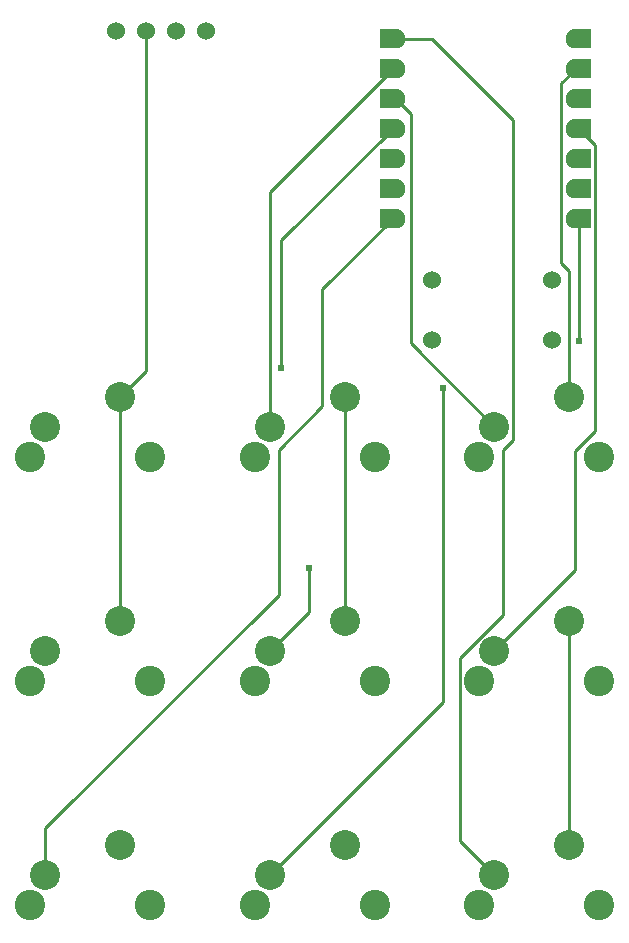
<source format=gtl>
G04 Layer: TopLayer*
G04 EasyEDA v6.5.47, 2024-10-16 20:22:33*
G04 9ae9750504c14924853e95ef229aeab1,24ffd69d1a984b0ba209c2ef933deaa4,10*
G04 Gerber Generator version 0.2*
G04 Scale: 100 percent, Rotated: No, Reflected: No *
G04 Dimensions in millimeters *
G04 leading zeros omitted , absolute positions ,4 integer and 5 decimal *
%FSLAX45Y45*%
%MOMM*%

%ADD10C,0.2540*%
%ADD11C,2.5400*%
%ADD12C,2.5715*%
%ADD13C,1.5240*%
%ADD14C,1.5001*%
%ADD15C,1.5300*%
%ADD16C,0.6096*%
%ADD17C,0.0125*%

%LPD*%
D10*
X5760191Y4584217D02*
G01*
X4718994Y3543020D01*
X4718994Y1553997D01*
X5785591Y4584192D02*
G01*
X5760217Y4584192D01*
X5760191Y4584217D01*
X7309591Y4076192D02*
G01*
X7334966Y4076192D01*
X7334991Y4076217D01*
X7334991Y4076217D02*
G01*
X7471719Y3939489D01*
X7471719Y1514551D01*
X7304130Y1346962D01*
X7304130Y339140D01*
X6618991Y-345998D01*
X5785591Y3314192D02*
G01*
X5760217Y3314192D01*
X5760191Y3314217D01*
X5760191Y3314217D02*
G01*
X5163520Y2717545D01*
X5163520Y1724710D01*
X4795499Y1356690D01*
X4795499Y128778D01*
X2818998Y-1847722D01*
X2818998Y-2245995D01*
X5760191Y4838217D02*
G01*
X5760217Y4838192D01*
X5785617Y4838192D01*
X5785617Y4838192D02*
G01*
X6094455Y4838192D01*
X6781170Y4151477D01*
X6781170Y1442364D01*
X6695495Y1356690D01*
X6695495Y-38100D01*
X6331920Y-401675D01*
X6331920Y-1958924D01*
X6618991Y-2245995D01*
X5785591Y3568192D02*
G01*
X5760217Y3568192D01*
X5760191Y3568217D01*
X5785591Y3822192D02*
G01*
X5760217Y3822192D01*
X5760191Y3822217D01*
X7309591Y4330192D02*
G01*
X7334966Y4330192D01*
X7334991Y4330217D01*
X7309591Y3568192D02*
G01*
X7334966Y3568192D01*
X7334991Y3568217D01*
X7309591Y4584192D02*
G01*
X7334966Y4584192D01*
X7334991Y4584217D01*
X7253991Y-1991995D02*
G01*
X7253991Y-91998D01*
X5353994Y1807997D02*
G01*
X5353994Y-91998D01*
X7253991Y1807997D02*
G01*
X7253991Y2871800D01*
X7187214Y2938576D01*
X7187214Y4461814D01*
X7309591Y4584192D01*
X3672997Y4899990D02*
G01*
X3672997Y2026996D01*
X3453998Y1807997D01*
X3453998Y1807997D02*
G01*
X3453998Y-91998D01*
X7309591Y3822192D02*
G01*
X7334966Y3822192D01*
X7334991Y3822217D01*
X5050185Y357454D02*
G01*
X5050185Y-14808D01*
X4718994Y-345998D01*
X6184930Y1880463D02*
G01*
X6184930Y-780059D01*
X4718994Y-2245995D01*
X7309591Y3314192D02*
G01*
X7334966Y3314192D01*
X7334966Y3314192D02*
G01*
X7334991Y3314217D01*
X7334966Y3314192D02*
G01*
X7334966Y2281732D01*
X7309591Y4838192D02*
G01*
X7334966Y4838192D01*
X7334991Y4838217D01*
X5760191Y4076217D02*
G01*
X4817724Y3133750D01*
X4817724Y2053564D01*
X5785591Y4076192D02*
G01*
X5760217Y4076192D01*
X5760191Y4076217D01*
X5785591Y4330192D02*
G01*
X5760217Y4330192D01*
X5760191Y4330217D01*
X6618991Y1553997D02*
G01*
X5914522Y2258466D01*
X5914522Y4201261D01*
X5785591Y4330192D01*
G36*
X5653498Y4919482D02*
G01*
X5791936Y4919482D01*
X5791936Y4919482D01*
X5795858Y4919378D01*
X5799769Y4919070D01*
X5803658Y4918560D01*
X5807516Y4917841D01*
X5811332Y4916929D01*
X5815093Y4915814D01*
X5818792Y4914506D01*
X5822416Y4913000D01*
X5825957Y4911313D01*
X5829406Y4909441D01*
X5832751Y4907391D01*
X5835982Y4905169D01*
X5839096Y4902779D01*
X5842078Y4900231D01*
X5844926Y4897531D01*
X5847626Y4894686D01*
X5850173Y4891704D01*
X5852561Y4888588D01*
X5854783Y4885354D01*
X5856833Y4882009D01*
X5858705Y4878560D01*
X5860394Y4875019D01*
X5861895Y4871394D01*
X5863203Y4867699D01*
X5864318Y4863934D01*
X5865233Y4860122D01*
X5865947Y4856261D01*
X5866460Y4852372D01*
X5866767Y4848461D01*
X5866869Y4844542D01*
X5866869Y4844542D01*
X5866869Y4831842D01*
X5866869Y4831842D01*
X5866765Y4827920D01*
X5866457Y4824008D01*
X5865944Y4820119D01*
X5865228Y4816264D01*
X5864311Y4812451D01*
X5863198Y4808687D01*
X5861888Y4804991D01*
X5860387Y4801367D01*
X5858697Y4797826D01*
X5856825Y4794382D01*
X5854776Y4791036D01*
X5852553Y4787803D01*
X5850163Y4784691D01*
X5847615Y4781712D01*
X5844915Y4778867D01*
X5842071Y4776167D01*
X5839086Y4773620D01*
X5835975Y4771232D01*
X5832741Y4769012D01*
X5829399Y4766960D01*
X5825949Y4765088D01*
X5822411Y4763399D01*
X5818786Y4761903D01*
X5815088Y4760592D01*
X5811326Y4759479D01*
X5807514Y4758560D01*
X5803656Y4757846D01*
X5799767Y4757333D01*
X5795858Y4757026D01*
X5791936Y4756927D01*
X5653498Y4756927D01*
X5653498Y4919482D01*
G37*
G36*
X5653498Y4665482D02*
G01*
X5791936Y4665482D01*
X5791936Y4665482D01*
X5795858Y4665378D01*
X5799769Y4665070D01*
X5803658Y4664560D01*
X5807516Y4663841D01*
X5811332Y4662929D01*
X5815093Y4661814D01*
X5818792Y4660506D01*
X5822416Y4659000D01*
X5825957Y4657313D01*
X5829406Y4655441D01*
X5832751Y4653391D01*
X5835982Y4651169D01*
X5839096Y4648779D01*
X5842078Y4646231D01*
X5844926Y4643531D01*
X5847626Y4640686D01*
X5850173Y4637704D01*
X5852561Y4634588D01*
X5854783Y4631354D01*
X5856833Y4628009D01*
X5858705Y4624560D01*
X5860394Y4621019D01*
X5861895Y4617394D01*
X5863203Y4613699D01*
X5864318Y4609934D01*
X5865233Y4606122D01*
X5865947Y4602261D01*
X5866460Y4598372D01*
X5866767Y4594461D01*
X5866869Y4590542D01*
X5866869Y4590542D01*
X5866869Y4577842D01*
X5866869Y4577842D01*
X5866765Y4573920D01*
X5866457Y4570008D01*
X5865944Y4566119D01*
X5865228Y4562264D01*
X5864311Y4558451D01*
X5863198Y4554687D01*
X5861888Y4550991D01*
X5860387Y4547367D01*
X5858697Y4543826D01*
X5856825Y4540382D01*
X5854776Y4537036D01*
X5852553Y4533803D01*
X5850163Y4530691D01*
X5847615Y4527712D01*
X5844915Y4524867D01*
X5842071Y4522167D01*
X5839086Y4519620D01*
X5835975Y4517232D01*
X5832741Y4515012D01*
X5829399Y4512960D01*
X5825949Y4511088D01*
X5822411Y4509399D01*
X5818786Y4507903D01*
X5815088Y4506592D01*
X5811326Y4505479D01*
X5807514Y4504560D01*
X5803656Y4503846D01*
X5799767Y4503333D01*
X5795858Y4503026D01*
X5791936Y4502927D01*
X5653498Y4502927D01*
X5653498Y4665482D01*
G37*
G36*
X5653498Y4411482D02*
G01*
X5791936Y4411482D01*
X5795858Y4411378D01*
X5799769Y4411070D01*
X5803658Y4410560D01*
X5807516Y4409841D01*
X5811332Y4408929D01*
X5815093Y4407814D01*
X5818792Y4406506D01*
X5822416Y4405000D01*
X5825957Y4403313D01*
X5829406Y4401441D01*
X5832751Y4399391D01*
X5835982Y4397169D01*
X5839096Y4394779D01*
X5842078Y4392231D01*
X5844926Y4389531D01*
X5847626Y4386686D01*
X5850173Y4383704D01*
X5852561Y4380588D01*
X5854783Y4377354D01*
X5856833Y4374009D01*
X5858705Y4370560D01*
X5860394Y4367019D01*
X5861895Y4363394D01*
X5863203Y4359699D01*
X5864318Y4355934D01*
X5865233Y4352122D01*
X5865947Y4348261D01*
X5866460Y4344372D01*
X5866767Y4340461D01*
X5866869Y4336542D01*
X5866869Y4336542D01*
X5866869Y4323842D01*
X5866869Y4323842D01*
X5866765Y4319920D01*
X5866457Y4316008D01*
X5865944Y4312119D01*
X5865228Y4308264D01*
X5864311Y4304451D01*
X5863198Y4300687D01*
X5861888Y4296991D01*
X5860387Y4293367D01*
X5858697Y4289826D01*
X5856825Y4286382D01*
X5854776Y4283036D01*
X5852553Y4279803D01*
X5850163Y4276691D01*
X5847615Y4273712D01*
X5844915Y4270867D01*
X5842071Y4268167D01*
X5839086Y4265620D01*
X5835975Y4263232D01*
X5832741Y4261012D01*
X5829399Y4258960D01*
X5825949Y4257088D01*
X5822411Y4255399D01*
X5818786Y4253903D01*
X5815088Y4252592D01*
X5811326Y4251479D01*
X5807514Y4250560D01*
X5803656Y4249846D01*
X5799767Y4249333D01*
X5795858Y4249026D01*
X5791936Y4248927D01*
X5653498Y4248927D01*
X5653498Y4411482D01*
G37*
G36*
X5653498Y4157482D02*
G01*
X5791936Y4157482D01*
X5795858Y4157378D01*
X5799769Y4157070D01*
X5803658Y4156560D01*
X5807516Y4155841D01*
X5811332Y4154929D01*
X5815093Y4153814D01*
X5818792Y4152506D01*
X5822416Y4151000D01*
X5825957Y4149313D01*
X5829406Y4147441D01*
X5832751Y4145391D01*
X5835982Y4143169D01*
X5839096Y4140779D01*
X5842078Y4138231D01*
X5844926Y4135531D01*
X5847626Y4132686D01*
X5850173Y4129704D01*
X5852561Y4126588D01*
X5854783Y4123354D01*
X5856833Y4120009D01*
X5858705Y4116560D01*
X5860394Y4113019D01*
X5861895Y4109394D01*
X5863203Y4105699D01*
X5864318Y4101934D01*
X5865233Y4098122D01*
X5865947Y4094261D01*
X5866460Y4090372D01*
X5866767Y4086461D01*
X5866869Y4082542D01*
X5866869Y4082542D01*
X5866869Y4069842D01*
X5866869Y4069842D01*
X5866765Y4065920D01*
X5866457Y4062008D01*
X5865944Y4058119D01*
X5865228Y4054264D01*
X5864311Y4050451D01*
X5863198Y4046687D01*
X5861888Y4042991D01*
X5860387Y4039367D01*
X5858697Y4035826D01*
X5856825Y4032382D01*
X5854776Y4029036D01*
X5852553Y4025803D01*
X5850163Y4022691D01*
X5847615Y4019712D01*
X5844915Y4016867D01*
X5842071Y4014167D01*
X5839086Y4011620D01*
X5835975Y4009232D01*
X5832741Y4007012D01*
X5829399Y4004960D01*
X5825949Y4003088D01*
X5822411Y4001399D01*
X5818786Y3999903D01*
X5815088Y3998592D01*
X5811326Y3997479D01*
X5807514Y3996560D01*
X5803656Y3995846D01*
X5799767Y3995333D01*
X5795858Y3995026D01*
X5791936Y3994927D01*
X5653498Y3994927D01*
X5653498Y4157482D01*
G37*
G36*
X5653498Y3903482D02*
G01*
X5791936Y3903482D01*
X5795858Y3903378D01*
X5799769Y3903070D01*
X5803658Y3902560D01*
X5807516Y3901841D01*
X5811332Y3900929D01*
X5815093Y3899814D01*
X5818792Y3898506D01*
X5822416Y3897000D01*
X5825957Y3895313D01*
X5829406Y3893441D01*
X5832751Y3891391D01*
X5835982Y3889169D01*
X5839096Y3886779D01*
X5842078Y3884231D01*
X5844926Y3881531D01*
X5847626Y3878686D01*
X5850173Y3875704D01*
X5852561Y3872588D01*
X5854783Y3869354D01*
X5856833Y3866009D01*
X5858705Y3862560D01*
X5860394Y3859019D01*
X5861895Y3855394D01*
X5863203Y3851699D01*
X5864318Y3847934D01*
X5865233Y3844122D01*
X5865947Y3840261D01*
X5866460Y3836372D01*
X5866767Y3832461D01*
X5866869Y3828542D01*
X5866869Y3828542D01*
X5866869Y3815842D01*
X5866869Y3815842D01*
X5866765Y3811920D01*
X5866457Y3808008D01*
X5865944Y3804119D01*
X5865228Y3800264D01*
X5864311Y3796451D01*
X5863198Y3792687D01*
X5861888Y3788991D01*
X5860387Y3785367D01*
X5858697Y3781826D01*
X5856825Y3778382D01*
X5854776Y3775036D01*
X5852553Y3771803D01*
X5850163Y3768691D01*
X5847615Y3765712D01*
X5844915Y3762867D01*
X5842071Y3760167D01*
X5839086Y3757620D01*
X5835975Y3755232D01*
X5832741Y3753012D01*
X5829399Y3750960D01*
X5825949Y3749088D01*
X5822411Y3747399D01*
X5818786Y3745903D01*
X5815088Y3744592D01*
X5811326Y3743479D01*
X5807514Y3742560D01*
X5803656Y3741846D01*
X5799767Y3741333D01*
X5795858Y3741026D01*
X5791936Y3740927D01*
X5653498Y3740927D01*
X5653498Y3903482D01*
G37*
G36*
X5653498Y3649482D02*
G01*
X5791936Y3649482D01*
X5795858Y3649378D01*
X5799769Y3649070D01*
X5803658Y3648560D01*
X5807516Y3647841D01*
X5811332Y3646929D01*
X5815093Y3645814D01*
X5818792Y3644506D01*
X5822416Y3643000D01*
X5825957Y3641313D01*
X5829406Y3639441D01*
X5832751Y3637391D01*
X5835982Y3635169D01*
X5839096Y3632779D01*
X5842078Y3630231D01*
X5844926Y3627531D01*
X5847626Y3624686D01*
X5850173Y3621704D01*
X5852561Y3618588D01*
X5854783Y3615354D01*
X5856833Y3612009D01*
X5858705Y3608560D01*
X5860394Y3605019D01*
X5861895Y3601394D01*
X5863203Y3597699D01*
X5864318Y3593934D01*
X5865233Y3590122D01*
X5865947Y3586261D01*
X5866460Y3582372D01*
X5866767Y3578461D01*
X5866869Y3574542D01*
X5866869Y3574542D01*
X5866869Y3561842D01*
X5866869Y3561842D01*
X5866765Y3557920D01*
X5866457Y3554008D01*
X5865944Y3550119D01*
X5865228Y3546264D01*
X5864311Y3542451D01*
X5863198Y3538687D01*
X5861888Y3534991D01*
X5860387Y3531367D01*
X5858697Y3527826D01*
X5856825Y3524382D01*
X5854776Y3521036D01*
X5852553Y3517803D01*
X5850163Y3514691D01*
X5847615Y3511712D01*
X5844915Y3508867D01*
X5842071Y3506167D01*
X5839086Y3503620D01*
X5835975Y3501232D01*
X5832741Y3499012D01*
X5829399Y3496960D01*
X5825949Y3495088D01*
X5822411Y3493399D01*
X5818786Y3491903D01*
X5815088Y3490592D01*
X5811326Y3489479D01*
X5807514Y3488560D01*
X5803656Y3487846D01*
X5799767Y3487333D01*
X5795858Y3487026D01*
X5791936Y3486927D01*
X5653498Y3486927D01*
X5653498Y3649482D01*
G37*
G36*
X5653498Y3395482D02*
G01*
X5791936Y3395482D01*
X5795858Y3395378D01*
X5799769Y3395070D01*
X5803658Y3394560D01*
X5807516Y3393841D01*
X5811332Y3392929D01*
X5815093Y3391814D01*
X5818792Y3390506D01*
X5822416Y3389000D01*
X5825957Y3387313D01*
X5829406Y3385441D01*
X5832751Y3383391D01*
X5835982Y3381169D01*
X5839096Y3378779D01*
X5842078Y3376231D01*
X5844926Y3373531D01*
X5847626Y3370686D01*
X5850173Y3367704D01*
X5852561Y3364588D01*
X5854783Y3361354D01*
X5856833Y3358009D01*
X5858705Y3354560D01*
X5860394Y3351019D01*
X5861895Y3347394D01*
X5863203Y3343699D01*
X5864318Y3339934D01*
X5865233Y3336122D01*
X5865947Y3332261D01*
X5866460Y3328372D01*
X5866767Y3324461D01*
X5866869Y3320542D01*
X5866869Y3320542D01*
X5866869Y3307842D01*
X5866869Y3307842D01*
X5866765Y3303920D01*
X5866457Y3300008D01*
X5865944Y3296119D01*
X5865228Y3292264D01*
X5864311Y3288451D01*
X5863198Y3284687D01*
X5861888Y3280991D01*
X5860387Y3277367D01*
X5858697Y3273826D01*
X5856825Y3270382D01*
X5854776Y3267036D01*
X5852553Y3263803D01*
X5850163Y3260691D01*
X5847615Y3257712D01*
X5844915Y3254867D01*
X5842071Y3252167D01*
X5839086Y3249620D01*
X5835975Y3247232D01*
X5832741Y3245012D01*
X5829399Y3242960D01*
X5825949Y3241088D01*
X5822411Y3239399D01*
X5818786Y3237903D01*
X5815088Y3236592D01*
X5811326Y3235479D01*
X5807514Y3234560D01*
X5803656Y3233846D01*
X5799767Y3233333D01*
X5795858Y3233026D01*
X5791936Y3232927D01*
X5653498Y3232927D01*
X5653498Y3395482D01*
G37*
G36*
X7441669Y3232927D02*
G01*
X7303236Y3232927D01*
X7299314Y3233026D01*
X7295405Y3233333D01*
X7291514Y3233846D01*
X7287658Y3234560D01*
X7283843Y3235474D01*
X7280081Y3236592D01*
X7276386Y3237900D01*
X7272761Y3239399D01*
X7269220Y3241088D01*
X7265771Y3242960D01*
X7262428Y3245010D01*
X7259195Y3247232D01*
X7256081Y3249615D01*
X7253099Y3252165D01*
X7250254Y3254862D01*
X7247552Y3257710D01*
X7245004Y3260691D01*
X7242616Y3263803D01*
X7240394Y3267036D01*
X7238344Y3270382D01*
X7236472Y3273826D01*
X7234783Y3277367D01*
X7233279Y3280991D01*
X7231971Y3284687D01*
X7230856Y3288451D01*
X7229939Y3292264D01*
X7229223Y3296119D01*
X7228710Y3300008D01*
X7228403Y3303920D01*
X7228298Y3307842D01*
X7228298Y3320542D01*
X7228400Y3324461D01*
X7228707Y3328372D01*
X7229220Y3332266D01*
X7229934Y3336122D01*
X7230849Y3339934D01*
X7231964Y3343699D01*
X7233274Y3347399D01*
X7234775Y3351024D01*
X7236462Y3354565D01*
X7238334Y3358014D01*
X7240384Y3361359D01*
X7242606Y3364593D01*
X7244996Y3367704D01*
X7247544Y3370686D01*
X7250244Y3373531D01*
X7253089Y3376236D01*
X7256073Y3378784D01*
X7259185Y3381171D01*
X7262421Y3383391D01*
X7265766Y3385441D01*
X7269213Y3387316D01*
X7272754Y3389005D01*
X7276378Y3390506D01*
X7280079Y3391814D01*
X7283841Y3392929D01*
X7287656Y3393846D01*
X7291511Y3394560D01*
X7295403Y3395070D01*
X7299314Y3395378D01*
X7303236Y3395482D01*
X7441669Y3395482D01*
X7441669Y3232927D01*
G37*
G36*
X7441669Y3486927D02*
G01*
X7303236Y3486927D01*
X7299314Y3487026D01*
X7295405Y3487333D01*
X7291514Y3487846D01*
X7287658Y3488560D01*
X7283843Y3489474D01*
X7280081Y3490592D01*
X7276386Y3491900D01*
X7272761Y3493399D01*
X7269220Y3495088D01*
X7265771Y3496960D01*
X7262428Y3499010D01*
X7259195Y3501232D01*
X7256081Y3503615D01*
X7253099Y3506165D01*
X7250254Y3508862D01*
X7247552Y3511710D01*
X7245004Y3514691D01*
X7242616Y3517803D01*
X7240394Y3521036D01*
X7238344Y3524382D01*
X7236472Y3527826D01*
X7234783Y3531367D01*
X7233279Y3534991D01*
X7231971Y3538687D01*
X7230856Y3542451D01*
X7229939Y3546264D01*
X7229223Y3550119D01*
X7228710Y3554008D01*
X7228403Y3557920D01*
X7228298Y3561842D01*
X7228298Y3574542D01*
X7228400Y3578461D01*
X7228707Y3582372D01*
X7229220Y3586266D01*
X7229934Y3590122D01*
X7230849Y3593934D01*
X7231964Y3597699D01*
X7233274Y3601399D01*
X7234775Y3605024D01*
X7236462Y3608565D01*
X7238334Y3612014D01*
X7240384Y3615359D01*
X7242606Y3618593D01*
X7244996Y3621704D01*
X7247544Y3624686D01*
X7250244Y3627531D01*
X7253089Y3630236D01*
X7256073Y3632784D01*
X7259185Y3635171D01*
X7262421Y3637391D01*
X7265766Y3639441D01*
X7269213Y3641316D01*
X7272754Y3643005D01*
X7276378Y3644506D01*
X7280079Y3645814D01*
X7283841Y3646929D01*
X7287656Y3647846D01*
X7291511Y3648560D01*
X7295403Y3649070D01*
X7299314Y3649378D01*
X7303236Y3649482D01*
X7441669Y3649482D01*
X7441669Y3486927D01*
G37*
G36*
X7441669Y3740927D02*
G01*
X7303236Y3740927D01*
X7299314Y3741026D01*
X7295405Y3741333D01*
X7291514Y3741846D01*
X7287658Y3742560D01*
X7283843Y3743474D01*
X7280081Y3744592D01*
X7276386Y3745900D01*
X7272761Y3747399D01*
X7269220Y3749088D01*
X7265771Y3750960D01*
X7262428Y3753010D01*
X7259195Y3755232D01*
X7256081Y3757615D01*
X7253099Y3760165D01*
X7250254Y3762862D01*
X7247552Y3765710D01*
X7245004Y3768691D01*
X7242616Y3771803D01*
X7240394Y3775036D01*
X7238344Y3778382D01*
X7236472Y3781826D01*
X7234783Y3785367D01*
X7233279Y3788991D01*
X7231971Y3792687D01*
X7230856Y3796451D01*
X7229939Y3800264D01*
X7229223Y3804119D01*
X7228710Y3808008D01*
X7228403Y3811920D01*
X7228298Y3815842D01*
X7228298Y3828542D01*
X7228400Y3832461D01*
X7228707Y3836372D01*
X7229220Y3840266D01*
X7229934Y3844122D01*
X7230849Y3847934D01*
X7231964Y3851699D01*
X7233274Y3855399D01*
X7234775Y3859024D01*
X7236462Y3862565D01*
X7238334Y3866014D01*
X7240384Y3869359D01*
X7242606Y3872593D01*
X7244996Y3875704D01*
X7247544Y3878686D01*
X7250244Y3881531D01*
X7253089Y3884236D01*
X7256073Y3886784D01*
X7259185Y3889171D01*
X7262421Y3891391D01*
X7265766Y3893441D01*
X7269213Y3895316D01*
X7272754Y3897005D01*
X7276378Y3898506D01*
X7280079Y3899814D01*
X7283841Y3900929D01*
X7287656Y3901846D01*
X7291511Y3902560D01*
X7295403Y3903070D01*
X7299314Y3903378D01*
X7303236Y3903482D01*
X7441669Y3903482D01*
X7441669Y3740927D01*
G37*
G36*
X7441669Y3994927D02*
G01*
X7303236Y3994927D01*
X7299314Y3995026D01*
X7295405Y3995333D01*
X7291514Y3995846D01*
X7287658Y3996560D01*
X7283843Y3997474D01*
X7280081Y3998592D01*
X7276386Y3999900D01*
X7272761Y4001399D01*
X7269220Y4003088D01*
X7265771Y4004960D01*
X7262428Y4007010D01*
X7259195Y4009232D01*
X7256081Y4011615D01*
X7253099Y4014165D01*
X7250254Y4016862D01*
X7247552Y4019710D01*
X7245004Y4022691D01*
X7242616Y4025803D01*
X7240394Y4029036D01*
X7238344Y4032382D01*
X7236472Y4035826D01*
X7234783Y4039367D01*
X7233279Y4042991D01*
X7231971Y4046687D01*
X7230856Y4050451D01*
X7229939Y4054264D01*
X7229223Y4058119D01*
X7228710Y4062008D01*
X7228403Y4065920D01*
X7228298Y4069842D01*
X7228298Y4082542D01*
X7228400Y4086461D01*
X7228707Y4090372D01*
X7229220Y4094266D01*
X7229934Y4098122D01*
X7230849Y4101934D01*
X7231964Y4105699D01*
X7233274Y4109399D01*
X7234775Y4113024D01*
X7236462Y4116565D01*
X7238334Y4120014D01*
X7240384Y4123359D01*
X7242606Y4126593D01*
X7244996Y4129704D01*
X7247544Y4132686D01*
X7250244Y4135531D01*
X7253089Y4138236D01*
X7256073Y4140784D01*
X7259185Y4143171D01*
X7262421Y4145391D01*
X7265766Y4147441D01*
X7269213Y4149316D01*
X7272754Y4151005D01*
X7276378Y4152506D01*
X7280079Y4153814D01*
X7283841Y4154929D01*
X7287656Y4155846D01*
X7291511Y4156560D01*
X7295403Y4157070D01*
X7299314Y4157378D01*
X7303236Y4157482D01*
X7441669Y4157482D01*
X7441669Y3994927D01*
G37*
G36*
X7441669Y4248927D02*
G01*
X7303236Y4248927D01*
X7299314Y4249026D01*
X7295405Y4249333D01*
X7291514Y4249846D01*
X7287658Y4250560D01*
X7283843Y4251474D01*
X7280081Y4252592D01*
X7276386Y4253900D01*
X7272761Y4255399D01*
X7269220Y4257088D01*
X7265771Y4258960D01*
X7262428Y4261010D01*
X7259195Y4263232D01*
X7256081Y4265615D01*
X7253099Y4268165D01*
X7250254Y4270862D01*
X7247552Y4273710D01*
X7245004Y4276691D01*
X7242616Y4279803D01*
X7240394Y4283036D01*
X7238344Y4286382D01*
X7236472Y4289826D01*
X7234783Y4293367D01*
X7233279Y4296991D01*
X7231971Y4300687D01*
X7230856Y4304451D01*
X7229939Y4308264D01*
X7229223Y4312119D01*
X7228710Y4316008D01*
X7228403Y4319920D01*
X7228298Y4323842D01*
X7228298Y4336542D01*
X7228400Y4340461D01*
X7228707Y4344372D01*
X7229220Y4348266D01*
X7229934Y4352122D01*
X7230849Y4355934D01*
X7231964Y4359699D01*
X7233274Y4363399D01*
X7234775Y4367024D01*
X7236462Y4370565D01*
X7238334Y4374014D01*
X7240384Y4377359D01*
X7242606Y4380593D01*
X7244996Y4383704D01*
X7247544Y4386686D01*
X7250244Y4389531D01*
X7253089Y4392236D01*
X7256073Y4394784D01*
X7259185Y4397171D01*
X7262421Y4399391D01*
X7265766Y4401441D01*
X7269213Y4403316D01*
X7272754Y4405005D01*
X7276378Y4406506D01*
X7280079Y4407814D01*
X7283841Y4408929D01*
X7287656Y4409846D01*
X7291511Y4410560D01*
X7295403Y4411070D01*
X7299314Y4411378D01*
X7303236Y4411482D01*
X7441669Y4411482D01*
X7441669Y4248927D01*
G37*
G36*
X7441669Y4502927D02*
G01*
X7303236Y4502927D01*
X7299314Y4503026D01*
X7295405Y4503333D01*
X7291514Y4503846D01*
X7287658Y4504560D01*
X7283843Y4505474D01*
X7280081Y4506592D01*
X7276386Y4507900D01*
X7272761Y4509399D01*
X7269220Y4511088D01*
X7265771Y4512960D01*
X7262428Y4515010D01*
X7259195Y4517232D01*
X7256081Y4519615D01*
X7253099Y4522165D01*
X7250254Y4524862D01*
X7247552Y4527710D01*
X7245004Y4530691D01*
X7242616Y4533803D01*
X7240394Y4537036D01*
X7238344Y4540382D01*
X7236472Y4543826D01*
X7234783Y4547367D01*
X7233279Y4550991D01*
X7231971Y4554687D01*
X7230856Y4558451D01*
X7229939Y4562264D01*
X7229223Y4566119D01*
X7228710Y4570008D01*
X7228403Y4573920D01*
X7228298Y4577842D01*
X7228298Y4590542D01*
X7228400Y4594461D01*
X7228707Y4598372D01*
X7229220Y4602266D01*
X7229934Y4606122D01*
X7230849Y4609934D01*
X7231964Y4613699D01*
X7233274Y4617399D01*
X7234775Y4621024D01*
X7236462Y4624565D01*
X7238334Y4628014D01*
X7240384Y4631359D01*
X7242606Y4634593D01*
X7244996Y4637704D01*
X7247544Y4640686D01*
X7250244Y4643531D01*
X7253089Y4646236D01*
X7256073Y4648784D01*
X7259185Y4651171D01*
X7262421Y4653391D01*
X7265766Y4655441D01*
X7269213Y4657316D01*
X7272754Y4659005D01*
X7276378Y4660506D01*
X7280079Y4661814D01*
X7283841Y4662929D01*
X7287656Y4663846D01*
X7291511Y4664560D01*
X7295403Y4665070D01*
X7299314Y4665378D01*
X7303236Y4665482D01*
X7303236Y4665482D01*
X7441669Y4665482D01*
X7441669Y4502927D01*
G37*
G36*
X7441669Y4756927D02*
G01*
X7303236Y4756927D01*
X7299314Y4757026D01*
X7295405Y4757333D01*
X7291514Y4757846D01*
X7287658Y4758560D01*
X7283843Y4759474D01*
X7280081Y4760592D01*
X7276386Y4761900D01*
X7272761Y4763399D01*
X7269220Y4765088D01*
X7265771Y4766960D01*
X7262428Y4769010D01*
X7259195Y4771232D01*
X7256081Y4773615D01*
X7253099Y4776165D01*
X7250254Y4778862D01*
X7247552Y4781710D01*
X7245004Y4784691D01*
X7242616Y4787803D01*
X7240394Y4791036D01*
X7238344Y4794382D01*
X7236472Y4797826D01*
X7234783Y4801367D01*
X7233279Y4804991D01*
X7231971Y4808687D01*
X7230856Y4812451D01*
X7229939Y4816264D01*
X7229223Y4820119D01*
X7228710Y4824008D01*
X7228403Y4827920D01*
X7228298Y4831842D01*
X7228298Y4844542D01*
X7228400Y4848461D01*
X7228707Y4852372D01*
X7229220Y4856266D01*
X7229934Y4860122D01*
X7230849Y4863934D01*
X7231964Y4867699D01*
X7233274Y4871399D01*
X7234775Y4875024D01*
X7236462Y4878565D01*
X7238334Y4882014D01*
X7240384Y4885359D01*
X7242606Y4888593D01*
X7244996Y4891704D01*
X7247544Y4894686D01*
X7250244Y4897531D01*
X7253089Y4900236D01*
X7256073Y4902784D01*
X7259185Y4905171D01*
X7262421Y4907391D01*
X7265766Y4909441D01*
X7269213Y4911316D01*
X7272754Y4913005D01*
X7276378Y4914506D01*
X7280079Y4915814D01*
X7283841Y4916929D01*
X7287656Y4917846D01*
X7291511Y4918560D01*
X7295403Y4919070D01*
X7299314Y4919378D01*
X7303236Y4919482D01*
X7303236Y4919482D01*
X7441669Y4919482D01*
X7441669Y4756927D01*
G37*
D11*
G01*
X2818993Y1553997D03*
G01*
X3453993Y1807997D03*
D12*
G01*
X2691993Y1299997D03*
G01*
X3707993Y1299997D03*
D11*
G01*
X4718989Y1553997D03*
G01*
X5353989Y1807997D03*
D12*
G01*
X4591989Y1299997D03*
G01*
X5607989Y1299997D03*
D11*
G01*
X6618986Y1553997D03*
G01*
X7253986Y1807997D03*
D12*
G01*
X6491986Y1299997D03*
G01*
X7507986Y1299997D03*
D11*
G01*
X2818993Y-345998D03*
G01*
X3453993Y-91998D03*
D12*
G01*
X2691993Y-599998D03*
G01*
X3707993Y-599998D03*
D11*
G01*
X4718989Y-345998D03*
G01*
X5353989Y-91998D03*
D12*
G01*
X4591989Y-599998D03*
G01*
X5607989Y-599998D03*
D11*
G01*
X6618986Y-345998D03*
G01*
X7253986Y-91998D03*
D12*
G01*
X6491986Y-599998D03*
G01*
X7507986Y-599998D03*
D11*
G01*
X2818993Y-2245995D03*
G01*
X3453993Y-1991995D03*
D12*
G01*
X2691993Y-2499995D03*
G01*
X3707993Y-2499995D03*
D11*
G01*
X4718989Y-2245995D03*
G01*
X5353989Y-1991995D03*
D12*
G01*
X4591989Y-2499995D03*
G01*
X5607989Y-2499995D03*
D11*
G01*
X6618986Y-2245995D03*
G01*
X7253986Y-1991995D03*
D12*
G01*
X6491986Y-2499995D03*
G01*
X7507986Y-2499995D03*
D13*
G01*
X6096000Y2286000D03*
G01*
X7112000Y2286000D03*
G01*
X6096000Y2794000D03*
G01*
X7112000Y2794000D03*
D14*
G01*
X5785586Y3314192D03*
G01*
X5785586Y3568192D03*
G01*
X5785586Y3822192D03*
G01*
X5785586Y4076192D03*
G01*
X5785586Y4330192D03*
G01*
X5785586Y4584192D03*
G01*
X7309586Y4838192D03*
G01*
X7309586Y4584192D03*
G01*
X7309586Y4330192D03*
G01*
X7309586Y4076192D03*
G01*
X7309586Y3822192D03*
G01*
X7309586Y3568192D03*
G01*
X7309586Y3314192D03*
G01*
X5785611Y4838192D03*
D15*
G01*
X3418992Y4899990D03*
G01*
X3672992Y4899990D03*
G01*
X3926992Y4899990D03*
G01*
X4180992Y4899990D03*
D16*
G01*
X4817719Y2053564D03*
G01*
X6184925Y1880463D03*
G01*
X7334961Y2281732D03*
G01*
X5050180Y357454D03*
M02*

</source>
